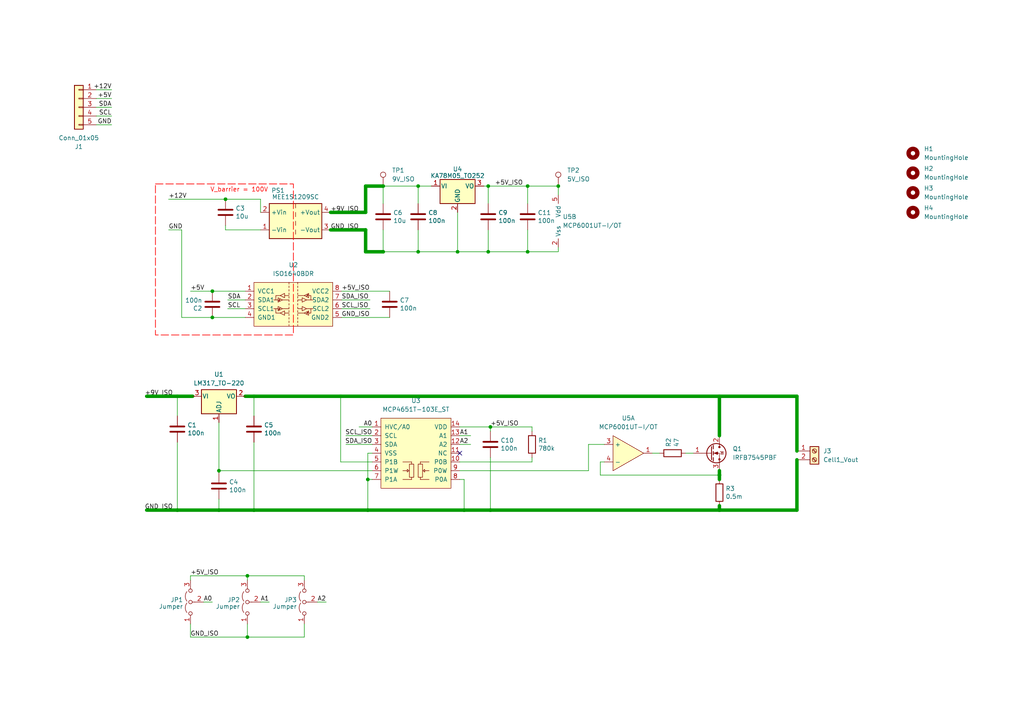
<source format=kicad_sch>
(kicad_sch (version 20230121) (generator eeschema)
  (paper "A4")
  (lib_symbols
    (symbol "Connector:Screw_Terminal_01x02" (pin_names (offset 1.016) hide)
      (property "Reference" "J" (at 0 2.54 0))
      (property "Value" "Screw_Terminal_01x02" (at 0 -5.08 0))
      (symbol "Screw_Terminal_01x02_1_1"
        (rectangle (start -1.27 1.27) (end 1.27 -3.81) (stroke (width 0.254)) (fill (type background)))
        (circle (center 0 -2.54) (radius 0.635) (stroke (width 0.1524)))
        (polyline (pts (xy -0.5334 -2.2098) (xy 0.3302 -3.048)) (stroke (width 0.1524)))
        (polyline (pts (xy -0.5334 0.3302) (xy 0.3302 -0.508)) (stroke (width 0.1524)))
        (polyline (pts (xy -0.3556 -2.032) (xy 0.508 -2.8702)) (stroke (width 0.1524)))
        (polyline (pts (xy -0.3556 0.508) (xy 0.508 -0.3302)) (stroke (width 0.1524)))
        (circle (center 0 0) (radius 0.635) (stroke (width 0.1524)))
        (pin passive line (at -5.08 0 0) (length 3.81) (name "Pin_1") (number "1"))
        (pin passive line (at -5.08 -2.54 0) (length 3.81) (name "Pin_2") (number "2"))
      )
    )
    (symbol "Connector:TestPoint" (pin_numbers hide) (pin_names (offset 0.762) hide)
      (property "Reference" "TP" (at 0 6.858 0))
      (property "Value" "TestPoint" (at 0 5.08 0))
      (symbol "TestPoint_0_1"
        (circle (center 0 3.302) (radius 0.762))
      )
      (symbol "TestPoint_1_1"
        (pin passive line (at 0 0 90) (length 2.54) (name "1") (number "1"))
      )
    )
    (symbol "Connector_Generic:Conn_01x05" (pin_names (offset 1.016) hide)
      (property "Reference" "J" (at 0 7.62 0))
      (property "Value" "Conn_01x05" (at 0 -7.62 0))
      (symbol "Conn_01x05_1_1"
        (rectangle (start -1.27 -4.953) (end 0 -5.207) (stroke (width 0.1524)))
        (rectangle (start -1.27 -2.413) (end 0 -2.667) (stroke (width 0.1524)))
        (rectangle (start -1.27 0.127) (end 0 -0.127) (stroke (width 0.1524)))
        (rectangle (start -1.27 2.667) (end 0 2.413) (stroke (width 0.1524)))
        (rectangle (start -1.27 5.207) (end 0 4.953) (stroke (width 0.1524)))
        (rectangle (start -1.27 6.35) (end 1.27 -6.35) (stroke (width 0.254)) (fill (type background)))
        (pin passive line (at -5.08 5.08 0) (length 3.81) (name "Pin_1") (number "1"))
        (pin passive line (at -5.08 2.54 0) (length 3.81) (name "Pin_2") (number "2"))
        (pin passive line (at -5.08 0 0) (length 3.81) (name "Pin_3") (number "3"))
        (pin passive line (at -5.08 -2.54 0) (length 3.81) (name "Pin_4") (number "4"))
        (pin passive line (at -5.08 -5.08 0) (length 3.81) (name "Pin_5") (number "5"))
      )
    )
    (symbol "Converter_DCDC:MEE1S1209SC"
      (property "Reference" "PS" (at -7.62 6.35 0))
      (property "Value" "MEE1S1209SC" (at 1.27 6.35 0))
      (symbol "MEE1S1209SC_0_0"
        (pin power_in line (at -10.16 -2.54 0) (length 2.54) (name "-Vin") (number "1"))
        (pin power_in line (at -10.16 2.54 0) (length 2.54) (name "+Vin") (number "2"))
        (pin power_out line (at 10.16 -2.54 180) (length 2.54) (name "-Vout") (number "3"))
        (pin power_out line (at 10.16 2.54 180) (length 2.54) (name "+Vout") (number "4"))
      )
      (symbol "MEE1S1209SC_0_1"
        (rectangle (start -7.62 5.08) (end 7.62 -5.08) (stroke (width 0.254)) (fill (type background)))
        (polyline (pts (xy 0 -2.54) (xy 0 -3.81)))
        (polyline (pts (xy 0 0) (xy 0 -1.27)))
        (polyline (pts (xy 0 2.54) (xy 0 1.27)))
        (polyline (pts (xy 0 5.08) (xy 0 3.81)))
      )
    )
    (symbol "Device:C" (pin_numbers hide) (pin_names (offset 0.254))
      (property "Reference" "C" (at 0.635 2.54 0))
      (property "Value" "C" (at 0.635 -2.54 0))
      (symbol "C_0_1"
        (polyline (pts (xy -2.032 -0.762) (xy 2.032 -0.762)) (stroke (width 0.508)))
        (polyline (pts (xy -2.032 0.762) (xy 2.032 0.762)) (stroke (width 0.508)))
      )
      (symbol "C_1_1"
        (pin passive line (at 0 3.81 270) (length 2.794) (name "~") (number "1"))
        (pin passive line (at 0 -3.81 90) (length 2.794) (name "~") (number "2"))
      )
    )
    (symbol "Device:R" (pin_numbers hide) (pin_names (offset 0))
      (property "Reference" "R" (at 2.032 0 90))
      (property "Value" "R" (at 0 0 90))
      (symbol "R_0_1"
        (rectangle (start -1.016 -2.54) (end 1.016 2.54) (stroke (width 0.254)))
      )
      (symbol "R_1_1"
        (pin passive line (at 0 3.81 270) (length 1.27) (name "~") (number "1"))
        (pin passive line (at 0 -3.81 90) (length 1.27) (name "~") (number "2"))
      )
    )
    (symbol "ISO1640BDR_1" (pin_names (offset 1.016))
      (property "Reference" "U" (at 0 10.16 0))
      (property "Value" "ISO1640BDR" (at 0 7.62 0))
      (symbol "ISO1640BDR_1_0_1"
        (rectangle (start -11.43 6.35) (end 11.43 -6.35) (fill (type background)))
        (polyline (pts (xy -5.715 1.27) (xy -4.445 1.27)))
        (polyline (pts (xy -4.191 1.143) (xy -4.064 1.016)))
        (polyline (pts (xy -4.064 1.397) (xy -3.81 1.397)))
        (polyline (pts (xy -3.175 -1.27) (xy -1.27 -1.27)))
        (polyline (pts (xy -3.175 1.27) (xy -1.27 1.27)))
        (polyline (pts (xy -1.27 5.334) (xy -1.27 4.826)))
        (polyline (pts (xy -1.27 6.35) (xy -1.27 5.842)))
        (polyline (pts (xy 3.175 -2.54) (xy 1.27 -2.54)))
        (polyline (pts (xy 3.175 2.54) (xy 1.27 2.54)))
        (polyline (pts (xy -5.08 -1.27) (xy -5.08 -2.54) (xy -3.81 -2.54)))
        (polyline (pts (xy -5.08 1.27) (xy -5.08 2.54) (xy -3.81 2.54)))
        (polyline (pts (xy -4.191 1.143) (xy -4.064 1.397) (xy -4.191 1.143)))
        (polyline (pts (xy -4.064 1.016) (xy -4.318 1.016) (xy -4.191 1.016)))
        (polyline (pts (xy -4.064 1.016) (xy -3.937 1.27) (xy -4.064 1.397)))
        (polyline (pts (xy 4.445 2.54) (xy 5.08 2.54) (xy 5.08 1.27)))
        (polyline (pts (xy 4.445 -2.54) (xy 5.08 -2.54) (xy 5.08 -1.27) (xy 5.08 -2.54)))
        (polyline (pts (xy -4.445 1.905) (xy -4.445 0.635) (xy -3.175 1.27) (xy -4.445 1.905) (xy -3.175 1.27)))
      )
      (symbol "ISO1640BDR_1_1_1"
        (polyline (pts (xy -5.715 -1.27) (xy -4.445 -1.27)))
        (polyline (pts (xy -4.191 -1.397) (xy -4.064 -1.524)))
        (polyline (pts (xy -4.064 -1.143) (xy -3.81 -1.143)))
        (polyline (pts (xy -1.27 -5.842) (xy -1.27 -6.35)))
        (polyline (pts (xy -1.27 -4.826) (xy -1.27 -5.334)))
        (polyline (pts (xy -1.27 -3.81) (xy -1.27 -4.318)))
        (polyline (pts (xy -1.27 -2.794) (xy -1.27 -3.302)))
        (polyline (pts (xy -1.27 -2.54) (xy -2.54 -2.54)))
        (polyline (pts (xy -1.27 -1.778) (xy -1.27 -2.286)))
        (polyline (pts (xy -1.27 -0.762) (xy -1.27 -1.27)))
        (polyline (pts (xy -1.27 0.254) (xy -1.27 -0.254)))
        (polyline (pts (xy -1.27 1.27) (xy -1.27 0.762)))
        (polyline (pts (xy -1.27 2.286) (xy -1.27 1.778)))
        (polyline (pts (xy -1.27 2.54) (xy -2.54 2.54)))
        (polyline (pts (xy -1.27 3.302) (xy -1.27 2.794)))
        (polyline (pts (xy -1.27 4.318) (xy -1.27 3.81)))
        (polyline (pts (xy 1.27 -5.842) (xy 1.27 -6.35)))
        (polyline (pts (xy 1.27 -4.826) (xy 1.27 -5.334)))
        (polyline (pts (xy 1.27 -3.81) (xy 1.27 -4.318)))
        (polyline (pts (xy 1.27 -2.794) (xy 1.27 -3.302)))
        (polyline (pts (xy 1.27 -1.778) (xy 1.27 -2.286)))
        (polyline (pts (xy 1.27 -1.27) (xy 2.54 -1.27)))
        (polyline (pts (xy 1.27 -0.762) (xy 1.27 -1.27)))
        (polyline (pts (xy 1.27 0.254) (xy 1.27 -0.254)))
        (polyline (pts (xy 1.27 1.27) (xy 1.27 0.762)))
        (polyline (pts (xy 1.27 1.27) (xy 2.54 1.27)))
        (polyline (pts (xy 1.27 2.286) (xy 1.27 1.778)))
        (polyline (pts (xy 1.27 3.302) (xy 1.27 2.794)))
        (polyline (pts (xy 1.27 4.318) (xy 1.27 3.81)))
        (polyline (pts (xy 1.27 5.334) (xy 1.27 4.826)))
        (polyline (pts (xy 1.27 6.35) (xy 1.27 5.842)))
        (polyline (pts (xy 3.81 -1.27) (xy 5.715 -1.27)))
        (polyline (pts (xy 3.81 1.27) (xy 5.715 1.27)))
        (polyline (pts (xy 4.064 -2.667) (xy 3.81 -2.667)))
        (polyline (pts (xy 4.064 2.413) (xy 3.81 2.413)))
        (polyline (pts (xy 4.191 -2.413) (xy 4.064 -2.286)))
        (polyline (pts (xy 4.191 2.667) (xy 4.064 2.794)))
        (polyline (pts (xy -4.191 -1.397) (xy -4.064 -1.143) (xy -4.191 -1.397)))
        (polyline (pts (xy -4.064 -1.524) (xy -4.318 -1.524) (xy -4.191 -1.524)))
        (polyline (pts (xy -4.064 -1.524) (xy -3.937 -1.27) (xy -4.064 -1.143)))
        (polyline (pts (xy 4.064 -2.286) (xy 3.937 -2.54) (xy 4.064 -2.667)))
        (polyline (pts (xy 4.064 -2.286) (xy 4.318 -2.286) (xy 4.191 -2.286)))
        (polyline (pts (xy 4.064 2.794) (xy 3.937 2.54) (xy 4.064 2.413)))
        (polyline (pts (xy 4.064 2.794) (xy 4.318 2.794) (xy 4.191 2.794)))
        (polyline (pts (xy 4.191 -2.413) (xy 4.064 -2.667) (xy 4.191 -2.413)))
        (polyline (pts (xy 4.191 2.667) (xy 4.064 2.413) (xy 4.191 2.667)))
        (polyline (pts (xy -4.445 -0.635) (xy -4.445 -1.905) (xy -3.175 -1.27) (xy -4.445 -0.635) (xy -3.175 -1.27)))
        (polyline (pts (xy -2.54 -3.175) (xy -2.54 -1.905) (xy -3.81 -2.54) (xy -2.54 -3.175) (xy -3.81 -2.54)))
        (polyline (pts (xy -2.54 1.905) (xy -2.54 3.175) (xy -3.81 2.54) (xy -2.54 1.905) (xy -3.81 2.54)))
        (polyline (pts (xy 2.54 -0.635) (xy 2.54 -1.905) (xy 3.81 -1.27) (xy 2.54 -0.635) (xy 3.81 -1.27)))
        (polyline (pts (xy 2.54 1.905) (xy 2.54 0.635) (xy 3.81 1.27) (xy 2.54 1.905) (xy 3.81 1.27)))
        (polyline (pts (xy 4.445 -3.175) (xy 4.445 -1.905) (xy 3.175 -2.54) (xy 4.445 -3.175) (xy 3.175 -2.54)))
        (polyline (pts (xy 4.445 1.905) (xy 4.445 3.175) (xy 3.175 2.54) (xy 4.445 1.905) (xy 3.175 2.54)))
        (pin power_in line (at -13.97 3.81 0) (length 2.54) (name "VCC1") (number "1"))
        (pin bidirectional line (at -13.97 1.27 0) (length 2.54) (name "SDA1") (number "2"))
        (pin bidirectional line (at -13.97 -1.27 0) (length 2.54) (name "SCL1") (number "3"))
        (pin power_out line (at -13.97 -3.81 0) (length 2.54) (name "GND1") (number "4"))
        (pin power_out line (at 13.97 -3.81 180) (length 2.54) (name "GND2") (number "5"))
        (pin bidirectional line (at 13.97 -1.27 180) (length 2.54) (name "SCL2") (number "6"))
        (pin bidirectional line (at 13.97 1.27 180) (length 2.54) (name "SDA2") (number "7"))
        (pin power_in line (at 13.97 3.81 180) (length 2.54) (name "VCC2") (number "8"))
      )
    )
    (symbol "Jumper:Jumper_3_Open" (pin_names (offset 0) hide)
      (property "Reference" "JP" (at -2.54 -2.54 0))
      (property "Value" "Jumper_3_Open" (at 0 2.794 0))
      (symbol "Jumper_3_Open_0_0"
        (circle (center -3.302 0) (radius 0.508))
        (circle (center 0 0) (radius 0.508))
        (circle (center 3.302 0) (radius 0.508))
      )
      (symbol "Jumper_3_Open_0_1"
        (arc (start -0.254 1.016) (mid -1.651 1.4992) (end -3.048 1.016))
        (polyline (pts (xy 0 -0.508) (xy 0 -1.27)))
        (arc (start 3.048 1.016) (mid 1.651 1.4992) (end 0.254 1.016))
      )
      (symbol "Jumper_3_Open_1_1"
        (pin passive line (at -6.35 0 0) (length 2.54) (name "A") (number "1"))
        (pin passive line (at 0 -3.81 90) (length 2.54) (name "C") (number "2"))
        (pin passive line (at 6.35 0 180) (length 2.54) (name "B") (number "3"))
      )
    )
    (symbol "MCP6001UT-I/OT_1"
      (property "Reference" "U" (at 0 10.16 0))
      (property "Value" "MCP6001UT-I/OT" (at 0 7.62 0))
      (symbol "MCP6001UT-I/OT_1_1_1"
        (polyline (pts (xy -3.81 -5.08) (xy -3.81 5.08) (xy 5.08 0) (xy -3.81 -5.08)) (fill (type background)))
        (pin input line (at 7.62 0 180) (length 2.54) (name "") (number "1"))
        (pin input line (at -6.35 2.54 0) (length 2.54) (name "+") (number "3"))
        (pin input line (at -6.35 -2.54 0) (length 2.54) (name "-") (number "4"))
      )
      (symbol "MCP6001UT-I/OT_1_2_1"
        (pin power_out line (at 0 -7.62 90) (length 2.54) (name "Vss") (number "2"))
        (pin power_in line (at 0 7.62 270) (length 2.54) (name "Vdd") (number "5"))
      )
    )
    (symbol "Mechanical:MountingHole" (pin_names (offset 1.016))
      (property "Reference" "H" (at 0 5.08 0))
      (property "Value" "MountingHole" (at 0 3.175 0))
      (symbol "MountingHole_0_1"
        (circle (center 0 0) (radius 1.27) (stroke (width 1.27)))
      )
    )
    (symbol "PR7 Custom:IRFB7545PBF"
      (property "Reference" "Q" (at 3.81 0 0))
      (property "Value" "IRFB7545PBF" (at 0 0 0))
      (symbol "IRFB7545PBF_0_1"
        (circle (center -0.889 0) (radius 2.794) (stroke (width 0.254)))
        (circle (center 0 -1.778) (radius 0.254) (fill (type outline)))
        (polyline (pts (xy -2.286 0) (xy -5.08 0)))
        (polyline (pts (xy -2.286 1.905) (xy -2.286 -1.905)) (stroke (width 0.254)))
        (polyline (pts (xy -1.778 -1.27) (xy -1.778 -2.286)) (stroke (width 0.254)))
        (polyline (pts (xy -1.778 0.508) (xy -1.778 -0.508)) (stroke (width 0.254)))
        (polyline (pts (xy -1.778 2.286) (xy -1.778 1.27)) (stroke (width 0.254)))
        (polyline (pts (xy 0 2.54) (xy 0 1.778)))
        (polyline (pts (xy 0 -2.54) (xy 0 0) (xy -1.778 0)))
        (circle (center 0 1.778) (radius 0.254) (fill (type outline)))
      )
      (symbol "IRFB7545PBF_1_1"
        (polyline (pts (xy -1.524 0) (xy -0.508 0.381) (xy -0.508 -0.381) (xy -1.524 0)) (fill (type outline)))
        (polyline (pts (xy 0.254 0.508) (xy 0.381 0.381) (xy 1.143 0.381) (xy 1.27 0.254)))
        (polyline (pts (xy 0.762 0.381) (xy 0.381 -0.254) (xy 1.143 -0.254) (xy 0.762 0.381)))
        (pin input line (at -7.62 0 0) (length 2.54) (name "") (number "1"))
        (pin passive line (at 0 5.08 270) (length 2.54) (name "") (number "2"))
        (pin passive line (at 0 -5.08 90) (length 2.54) (name "") (number "3"))
        (pin passive line (at 0 5.08 270) (length 2.54) hide (name "D") (number "7"))
      )
    )
    (symbol "PR7 Custom:MCP4651T-103E_ST" (pin_names (offset 1.016))
      (property "Reference" "U" (at 0 13.97 0))
      (property "Value" "MCP4651T-103E_ST" (at 0 11.43 0))
      (symbol "MCP4651T-103E_ST_0_1"
        (rectangle (start -10.16 10.16) (end 10.16 -10.16) (fill (type background)))
        (rectangle (start -1.905 -3.175) (end -0.635 -6.985))
        (polyline (pts (xy -3.81 -7.62) (xy -1.27 -7.62)))
        (polyline (pts (xy -3.81 -5.08) (xy -2.54 -5.08)))
        (polyline (pts (xy -3.81 -2.54) (xy -1.27 -2.54)))
        (polyline (pts (xy -1.27 -7.62) (xy -1.27 -6.985)))
        (polyline (pts (xy -1.27 -2.54) (xy -1.27 -3.175)))
        (polyline (pts (xy -2.54 -4.699) (xy -2.54 -5.461) (xy -2.032 -5.08) (xy -2.54 -4.699)))
      )
      (symbol "MCP4651T-103E_ST_1_1"
        (polyline (pts (xy 1.27 -7.62) (xy 1.27 -6.985)))
        (polyline (pts (xy 1.27 -2.54) (xy 1.27 -3.175)))
        (polyline (pts (xy 3.81 -7.62) (xy 1.27 -7.62)))
        (polyline (pts (xy 3.81 -5.08) (xy 2.54 -5.08)))
        (polyline (pts (xy 3.81 -2.54) (xy 1.27 -2.54)))
        (polyline (pts (xy 2.54 -5.461) (xy 2.54 -4.699) (xy 2.032 -5.08) (xy 2.54 -5.461)))
        (rectangle (start 1.905 -6.985) (end 0.635 -3.175))
        (pin bidirectional line (at -12.7 7.62 0) (length 2.54) (name "HVC/A0") (number "1"))
        (pin bidirectional line (at 12.7 -2.54 180) (length 2.54) (name "P0B") (number "10"))
        (pin no_connect line (at 12.7 0 180) (length 2.54) (name "NC") (number "11"))
        (pin bidirectional line (at 12.7 2.54 180) (length 2.54) (name "A2") (number "12"))
        (pin bidirectional line (at 12.7 5.08 180) (length 2.54) (name "A1") (number "13"))
        (pin power_out line (at 12.7 7.62 180) (length 2.54) (name "VDD") (number "14"))
        (pin bidirectional line (at -12.7 5.08 0) (length 2.54) (name "SCL") (number "2"))
        (pin bidirectional line (at -12.7 2.54 0) (length 2.54) (name "SDA") (number "3"))
        (pin power_in line (at -12.7 0 0) (length 2.54) (name "VSS") (number "4"))
        (pin bidirectional line (at -12.7 -2.54 0) (length 2.54) (name "P1B") (number "5"))
        (pin bidirectional line (at -12.7 -5.08 0) (length 2.54) (name "P1W") (number "6"))
        (pin bidirectional line (at -12.7 -7.62 0) (length 2.54) (name "P1A") (number "7"))
        (pin bidirectional line (at 12.7 -7.62 180) (length 2.54) (name "P0A") (number "8"))
        (pin bidirectional line (at 12.7 -5.08 180) (length 2.54) (name "P0W") (number "9"))
      )
    )
    (symbol "Regulator_Linear:KA78M05_TO252" (pin_names (offset 0.254))
      (property "Reference" "U" (at -3.81 3.175 0))
      (property "Value" "KA78M05_TO252" (at 0 3.175 0))
      (symbol "KA78M05_TO252_0_1"
        (rectangle (start -5.08 1.905) (end 5.08 -5.08) (stroke (width 0.254)) (fill (type background)))
      )
      (symbol "KA78M05_TO252_1_1"
        (pin power_in line (at -7.62 0 0) (length 2.54) (name "VI") (number "1"))
        (pin power_in line (at 0 -7.62 90) (length 2.54) (name "GND") (number "2"))
        (pin power_out line (at 7.62 0 180) (length 2.54) (name "VO") (number "3"))
      )
    )
    (symbol "Regulator_Linear:LM317_TO-220" (pin_names (offset 0.254))
      (property "Reference" "U" (at -3.81 3.175 0))
      (property "Value" "LM317_TO-220" (at 0 3.175 0))
      (symbol "LM317_TO-220_0_1"
        (rectangle (start -5.08 1.905) (end 5.08 -5.08) (stroke (width 0.254)) (fill (type background)))
      )
      (symbol "LM317_TO-220_1_1"
        (pin input line (at 0 -7.62 90) (length 2.54) (name "ADJ") (number "1"))
        (pin power_out line (at 7.62 0 180) (length 2.54) (name "VO") (number "2"))
        (pin power_in line (at -7.62 0 0) (length 2.54) (name "VI") (number "3"))
      )
    )
  )
  (junction (at 121.285 73.025))
  (junction (at 51.435 147.955))
  (junction (at 71.755 167.005))
  (junction (at 142.24 123.825))
  (junction (at 73.66 114.935))
  (junction (at 63.5 147.955))
  (junction (at 65.405 57.785))
  (junction (at 71.755 184.785))
  (junction (at 61.595 84.455))
  (junction (at 51.435 114.935))
  (junction (at 111.125 53.975))
  (junction (at 142.24 147.955))
  (junction (at 153.035 53.975))
  (junction (at 141.605 53.975))
  (junction (at 208.661 147.955))
  (junction (at 121.285 53.975))
  (junction (at 106.68 147.955))
  (junction (at 98.806 114.935))
  (junction (at 61.595 92.075))
  (junction (at 208.661 114.935))
  (junction (at 132.715 73.025))
  (junction (at 63.5 136.525))
  (junction (at 134.62 147.955))
  (junction (at 106.68 139.065))
  (junction (at 73.66 147.955))
  (junction (at 111.125 73.025))
  (junction (at 141.605 73.025))
  (junction (at 153.035 73.025))
  (junction (at 161.925 53.975))
  (junction (at 208.661 137.795))
  (no_connect (at 133.35 131.445))
  (wire (pts (xy 142.24 123.825) (xy 142.24 125.095)))
  (wire (pts (xy 104.14 123.825) (xy 107.95 123.825)))
  (wire (pts (xy 65.405 66.675) (xy 75.565 66.675)))
  (wire (pts (xy 111.125 53.975) (xy 106.045 53.975)))
  (wire (pts (xy 189.23 131.445) (xy 191.262 131.445)))
  (wire (pts (xy 27.94 26.035) (xy 32.385 26.035)))
  (wire (pts (xy 73.66 114.935) (xy 73.66 120.65)))
  (wire (pts (xy 153.035 59.055) (xy 153.035 53.975)))
  (wire (pts (xy 55.245 167.005) (xy 71.755 167.005)))
  (wire (pts (xy 141.605 53.975) (xy 153.035 53.975)))
  (wire (pts (xy 198.882 131.445) (xy 201.041 131.445)))
  (wire (pts (xy 208.661 114.935) (xy 231.14 114.935)) (stroke (width 1)))
  (wire (pts (xy 51.435 128.27) (xy 51.435 147.955)))
  (wire (pts (xy 88.265 167.005) (xy 88.265 168.275)))
  (wire (pts (xy 51.435 147.955) (xy 63.5 147.955)) (stroke (width 1)))
  (wire (pts (xy 92.075 174.625) (xy 94.615 174.625)))
  (wire (pts (xy 61.595 92.075) (xy 71.12 92.075)))
  (wire (pts (xy 111.125 53.975) (xy 121.285 53.975)))
  (wire (pts (xy 154.305 132.715) (xy 154.305 133.985)))
  (wire (pts (xy 59.055 174.625) (xy 61.595 174.625)))
  (wire (pts (xy 106.68 131.445) (xy 106.68 139.065)))
  (wire (pts (xy 52.705 92.075) (xy 52.705 66.675)))
  (wire (pts (xy 153.035 73.025) (xy 161.925 73.025)))
  (wire (pts (xy 98.806 114.935) (xy 100.33 114.935)))
  (wire (pts (xy 208.661 136.525) (xy 208.661 137.795)) (stroke (width 1)))
  (wire (pts (xy 141.605 66.675) (xy 141.605 73.025)))
  (wire (pts (xy 48.895 57.785) (xy 65.405 57.785)))
  (wire (pts (xy 134.62 139.065) (xy 133.35 139.065)))
  (wire (pts (xy 75.565 174.625) (xy 78.105 174.625)))
  (wire (pts (xy 27.94 33.655) (xy 32.385 33.655)))
  (wire (pts (xy 66.04 89.535) (xy 71.12 89.535)))
  (wire (pts (xy 75.565 57.785) (xy 75.565 61.595)))
  (wire (pts (xy 208.661 146.685) (xy 208.661 147.955)) (stroke (width 1)))
  (wire (pts (xy 132.715 73.025) (xy 141.605 73.025)))
  (wire (pts (xy 73.66 114.935) (xy 98.806 114.935)) (stroke (width 1)))
  (wire (pts (xy 141.605 59.055) (xy 141.605 53.975)))
  (wire (pts (xy 208.661 126.365) (xy 208.661 114.935)) (stroke (width 1)))
  (wire (pts (xy 121.285 66.675) (xy 121.285 73.025)))
  (wire (pts (xy 132.715 61.595) (xy 132.715 73.025)))
  (wire (pts (xy 161.925 53.975) (xy 161.925 56.515)))
  (wire (pts (xy 174.117 133.985) (xy 175.26 133.985)))
  (wire (pts (xy 106.045 73.025) (xy 111.125 73.025)) (stroke (width 1)))
  (wire (pts (xy 106.045 73.025) (xy 106.045 66.675)) (stroke (width 1)))
  (wire (pts (xy 42.545 147.955) (xy 51.435 147.955)) (stroke (width 1)))
  (wire (pts (xy 42.545 114.935) (xy 51.435 114.935)) (stroke (width 1)))
  (wire (pts (xy 63.5 147.955) (xy 73.66 147.955)) (stroke (width 1)))
  (wire (pts (xy 106.045 53.975) (xy 106.045 61.595)) (stroke (width 1)))
  (wire (pts (xy 63.246 136.525) (xy 63.5 136.525)))
  (wire (pts (xy 66.04 86.995) (xy 71.12 86.995)))
  (wire (pts (xy 174.117 137.795) (xy 208.661 137.795)))
  (wire (pts (xy 153.035 66.675) (xy 153.035 73.025)))
  (wire (pts (xy 27.94 36.195) (xy 32.385 36.195)))
  (wire (pts (xy 88.265 180.975) (xy 88.265 184.785)))
  (wire (pts (xy 106.045 53.975) (xy 111.125 53.975)) (stroke (width 1)))
  (wire (pts (xy 27.94 31.115) (xy 32.385 31.115)))
  (wire (pts (xy 142.24 147.955) (xy 208.661 147.955)) (stroke (width 1)))
  (wire (pts (xy 65.405 57.785) (xy 75.565 57.785)))
  (wire (pts (xy 55.245 84.455) (xy 61.595 84.455)))
  (wire (pts (xy 231.14 114.935) (xy 231.14 130.81)) (stroke (width 1)))
  (wire (pts (xy 142.24 123.825) (xy 154.305 123.825)))
  (wire (pts (xy 99.06 89.535) (xy 107.315 89.535)))
  (wire (pts (xy 51.435 114.935) (xy 55.88 114.935)) (stroke (width 1)))
  (wire (pts (xy 73.66 147.955) (xy 106.68 147.955)) (stroke (width 1)))
  (wire (pts (xy 133.35 126.365) (xy 136.525 126.365)))
  (wire (pts (xy 170.688 128.905) (xy 175.26 128.905)))
  (wire (pts (xy 133.35 128.905) (xy 136.525 128.905)))
  (wire (pts (xy 231.14 147.955) (xy 231.14 133.35)) (stroke (width 1)))
  (wire (pts (xy 99.06 92.075) (xy 113.03 92.075)))
  (wire (pts (xy 133.35 123.825) (xy 142.24 123.825)))
  (wire (pts (xy 99.06 86.995) (xy 107.315 86.995)))
  (wire (pts (xy 111.125 66.675) (xy 111.125 73.025)))
  (wire (pts (xy 63.5 136.525) (xy 107.95 136.525)))
  (wire (pts (xy 71.12 114.935) (xy 73.66 114.935)) (stroke (width 1)))
  (wire (pts (xy 208.661 137.795) (xy 208.661 139.065)) (stroke (width 1)))
  (wire (pts (xy 99.06 84.455) (xy 113.03 84.455)))
  (wire (pts (xy 111.125 73.025) (xy 121.285 73.025)))
  (wire (pts (xy 208.661 147.955) (xy 231.14 147.955)) (stroke (width 1)))
  (wire (pts (xy 61.595 84.455) (xy 71.12 84.455)))
  (wire (pts (xy 106.68 147.955) (xy 134.62 147.955)) (stroke (width 1)))
  (wire (pts (xy 48.895 66.675) (xy 52.705 66.675)))
  (wire (pts (xy 121.285 53.975) (xy 121.285 59.055)))
  (wire (pts (xy 51.435 114.935) (xy 51.435 120.65)))
  (wire (pts (xy 95.885 66.675) (xy 106.045 66.675)) (stroke (width 1)))
  (wire (pts (xy 98.806 133.985) (xy 98.806 114.935)))
  (wire (pts (xy 71.755 184.785) (xy 88.265 184.785)))
  (wire (pts (xy 71.755 167.005) (xy 71.755 168.275)))
  (wire (pts (xy 141.605 73.025) (xy 153.035 73.025)))
  (wire (pts (xy 106.68 139.065) (xy 107.95 139.065)))
  (wire (pts (xy 134.62 139.065) (xy 134.62 147.955)))
  (wire (pts (xy 73.66 128.27) (xy 73.66 147.955)))
  (wire (pts (xy 140.335 53.975) (xy 141.605 53.975)))
  (wire (pts (xy 133.35 133.985) (xy 154.305 133.985)))
  (wire (pts (xy 100.33 128.905) (xy 107.95 128.905)))
  (wire (pts (xy 133.35 136.525) (xy 170.688 136.525)))
  (wire (pts (xy 121.285 73.025) (xy 132.715 73.025)))
  (wire (pts (xy 27.94 28.575) (xy 32.385 28.575)))
  (wire (pts (xy 174.117 133.985) (xy 174.117 137.795)))
  (wire (pts (xy 111.125 59.055) (xy 111.125 53.975)))
  (wire (pts (xy 107.95 131.445) (xy 106.68 131.445)))
  (wire (pts (xy 134.62 147.955) (xy 142.24 147.955)) (stroke (width 1)))
  (wire (pts (xy 154.305 123.825) (xy 154.305 125.095)))
  (wire (pts (xy 71.755 167.005) (xy 88.265 167.005)))
  (wire (pts (xy 98.806 114.935) (xy 208.661 114.935)) (stroke (width 1)))
  (wire (pts (xy 63.5 136.525) (xy 63.5 137.16)))
  (wire (pts (xy 121.285 53.975) (xy 125.095 53.975)))
  (wire (pts (xy 142.24 132.715) (xy 142.24 147.955)))
  (wire (pts (xy 55.245 184.785) (xy 71.755 184.785)))
  (wire (pts (xy 106.68 139.065) (xy 106.68 147.955)))
  (wire (pts (xy 71.755 180.975) (xy 71.755 184.785)))
  (wire (pts (xy 153.035 53.975) (xy 161.925 53.975)))
  (wire (pts (xy 170.688 136.525) (xy 170.688 128.905)))
  (wire (pts (xy 95.885 61.595) (xy 106.045 61.595)) (stroke (width 1)))
  (wire (pts (xy 55.245 180.975) (xy 55.245 184.785)))
  (wire (pts (xy 61.595 92.075) (xy 52.705 92.075)))
  (wire (pts (xy 63.5 144.78) (xy 63.5 147.955)))
  (wire (pts (xy 65.405 65.405) (xy 65.405 66.675)))
  (wire (pts (xy 161.925 71.755) (xy 161.925 73.025)))
  (wire (pts (xy 100.33 126.365) (xy 107.95 126.365)))
  (wire (pts (xy 63.5 122.555) (xy 63.5 136.525)))
  (wire (pts (xy 55.245 167.005) (xy 55.245 168.275)))
  (wire (pts (xy 107.95 133.985) (xy 98.806 133.985)))
  (rectangle (start 45.085 53.34) (end 85.09 97.155) (stroke (width 0.2) (type dash) (color 255 0 0 1)))
  (text "V_barrier = 100V" (at 60.96 55.88 0) (effects (font (size 1.27 1.27)) (justify left bottom)))
  (label "+5V" (at 55.245 84.455 0))
  (label "GND" (at 48.895 66.675 0))
  (label "+9V_ISO" (at 95.885 61.595 0))
  (label "+12V" (at 48.895 57.785 0))
  (label "SDA_ISO" (at 107.95 128.905 180))
  (label "A2" (at 133.35 128.905 0))
  (label "A0" (at 59.055 174.625 0))
  (label "+5V_ISO" (at 55.245 167.005 0))
  (label "A2" (at 92.075 174.625 0))
  (label "+12V" (at 32.385 26.035 180))
  (label "GND_ISO" (at 55.245 184.785 0))
  (label "A1" (at 75.565 174.625 0))
  (label "SDA" (at 32.385 31.115 180))
  (label "+9V_ISO" (at 50.165 114.935 180))
  (label "+5V_ISO" (at 143.51 53.975 0))
  (label "GND_ISO" (at 99.06 92.075 0))
  (label "SCL_ISO" (at 99.06 89.535 0))
  (label "A1" (at 133.35 126.365 0))
  (label "GND" (at 32.385 36.195 180))
  (label "A0" (at 107.95 123.825 180))
  (label "GND_ISO" (at 50.165 147.955 180))
  (label "SCL" (at 32.385 33.655 180))
  (label "+5V_ISO" (at 142.24 123.825 0))
  (label "SDA_ISO" (at 99.06 86.995 0))
  (label "GND_ISO" (at 95.885 66.675 0))
  (label "+5V_ISO" (at 99.06 84.455 0))
  (label "SDA" (at 66.04 86.995 0))
  (label "SCL" (at 66.04 89.535 0))
  (label "+5V" (at 32.385 28.575 180))
  (label "SCL_ISO" (at 107.95 126.365 180))
  (symbol (lib_id "Connector:TestPoint") (at 111.125 53.975 0) (unit 1)
    (property "Reference" "TP1" (at 113.665 49.403 0) (effects (justify left)))
    (property "Value" "9V_ISO" (at 113.665 51.943 0) (effects (justify left)))
    (property "Footprint" "TestPoint:TestPoint_Pad_D2.5mm" (effects hide))
  )
  (symbol (lib_id "Connector_Generic:Conn_01x05") (at 22.86 31.115 0) (mirror y) (unit 1)
    (property "Reference" "J1" (at 22.86 42.545 0))
    (property "Value" "Conn_01x05" (at 22.86 40.005 0))
    (property "Footprint" "Connector_PinSocket_2.54mm:PinSocket_1x05_P2.54mm_Horizontal" (effects hide))
  )
  (symbol (lib_id "Device:C") (at 113.03 88.265 0) (unit 1)
    (property "Reference" "C7" (at 115.951 87.0966 0) (effects (justify left)))
    (property "Value" "100n" (at 115.951 89.408 0) (effects (justify left)))
    (property "Footprint" "Capacitor_SMD:C_0805_2012Metric" (effects hide))
  )
  (symbol (lib_id "Jumper:Jumper_3_Open") (at 55.245 174.625 90) (unit 1)
    (property "Reference" "JP1" (at 53.1109 173.9813 90) (effects (justify left)))
    (property "Value" "Jumper" (at 53.1109 175.9023 90) (effects (justify left)))
    (property "Footprint" "Jumper:SolderJumper-3_P1.3mm_Open_Pad1.0x1.5mm_NumberLabels" (effects hide))
  )
  (symbol (lib_id "Mechanical:MountingHole") (at 264.795 61.595 0) (unit 1)
    (property "Reference" "H4" (at 267.97 60.325 0) (effects (justify left)))
    (property "Value" "MountingHole" (at 267.97 62.865 0) (effects (justify left)))
    (property "Footprint" "MountingHole:MountingHole_3.2mm_M3" (effects hide))
  )
  (symbol (lib_id "Device:C") (at 111.125 62.865 0) (unit 1)
    (property "Reference" "C6" (at 114.046 61.6966 0) (effects (justify left)))
    (property "Value" "10u" (at 114.046 64.008 0) (effects (justify left)))
    (property "Footprint" "Capacitor_SMD:C_0805_2012Metric" (effects hide))
    (property "Datasheet" "https://nl.mouser.com/ProductDetail/Samsung-Electro-Mechanics/CL21B106KOQNFNE?qs=sGAEpiMZZMvsSlwiRhF8qtsGU%2FCnaNeQ0%2F%252Bxo5Hzglmfy9VJLF06Qw%3D%3D" (effects hide))
  )
  (symbol (lib_id "Device:R") (at 208.661 142.875 0) (unit 1)
    (property "Reference" "R3" (at 210.439 141.7066 0) (effects (justify left)))
    (property "Value" "0.5m" (at 210.439 144.018 0) (effects (justify left)))
    (property "Footprint" "Resistor_SMD:R_2512_6332Metric" (effects hide))
    (property "Datasheet" "https://nl.mouser.com/ProductDetail/Ohmite/PCS2512FR0050ET?qs=sGAEpiMZZMtlleCFQhR%2FzRH%2FPnzm6Qg0HsYmtkKDwHfIXEJ4ch5rIQ%3D%3D" (effects hide))
  )
  (symbol (lib_id "Mechanical:MountingHole") (at 264.795 55.88 0) (unit 1)
    (property "Reference" "H3" (at 267.97 54.61 0) (effects (justify left)))
    (property "Value" "MountingHole" (at 267.97 57.15 0) (effects (justify left)))
    (property "Footprint" "MountingHole:MountingHole_3.2mm_M3" (effects hide))
  )
  (symbol (lib_id "Device:C") (at 142.24 128.905 0) (unit 1)
    (property "Reference" "C10" (at 145.161 127.7366 0) (effects (justify left)))
    (property "Value" "100n" (at 145.161 130.048 0) (effects (justify left)))
    (property "Footprint" "Capacitor_SMD:C_0805_2012Metric" (effects hide))
  )
  (symbol (lib_id "Device:C") (at 63.5 140.97 0) (unit 1)
    (property "Reference" "C4" (at 66.421 139.8016 0) (effects (justify left)))
    (property "Value" "100n" (at 66.421 142.113 0) (effects (justify left)))
    (property "Footprint" "Capacitor_SMD:C_0805_2012Metric" (effects hide))
  )
  (symbol (lib_id "PR7 Custom:MCP4651T-103E_ST") (at 120.65 131.445 0) (unit 1)
    (property "Reference" "U3" (at 120.65 116.205 0))
    (property "Value" "MCP4651T-103E_ST" (at 120.65 118.745 0))
    (property "Footprint" "Package_SO:TSSOP-14_4.4x5mm_P0.65mm" (effects hide))
    (property "Datasheet" "https://nl.mouser.com/ProductDetail/Microchip-Technology/MCP4651T-103E-ST?qs=hH%252BOa0VZEiCh2%252BQXXFEo3w%3D%3D" (effects hide))
  )
  (symbol (lib_id "Converter_DCDC:MEE1S1209SC") (at 85.725 64.135 0) (unit 1)
    (property "Reference" "PS1" (at 80.645 55.245 0))
    (property "Value" "MEE1S1209SC" (at 85.725 57.1246 0))
    (property "Footprint" "Converter_DCDC:Converter_DCDC_Murata_MEE1SxxxxSC_THT" (effects hide))
    (property "Datasheet" "https://power.murata.com/pub/data/power/ncl/kdc_mee1.pdf" (effects hide))
  )
  (symbol (lib_name "MCP6001UT-I/OT_1") (lib_id "PR7 Custom:MCP6001UT-I/OT") (at 181.61 131.445 0) (unit 1)
    (property "Reference" "U5" (at 182.245 121.285 0))
    (property "Value" "MCP6001UT-I/OT" (at 182.245 123.825 0))
    (property "Footprint" "Package_TO_SOT_SMD:SOT-23-5" (effects hide))
    (property "Datasheet" "https://nl.mouser.com/ProductDetail/Microchip-Technology/MCP6001UT-I-OT?qs=Sez7gRs8XSU2iw24kVuIOw%3D%3D" (effects hide))
  )
  (symbol (lib_id "Device:C") (at 51.435 124.46 0) (unit 1)
    (property "Reference" "C1" (at 54.356 123.2916 0) (effects (justify left)))
    (property "Value" "100n" (at 54.356 125.603 0) (effects (justify left)))
    (property "Footprint" "Capacitor_SMD:C_0805_2012Metric" (effects hide))
  )
  (symbol (lib_id "Device:C") (at 141.605 62.865 0) (unit 1)
    (property "Reference" "C9" (at 144.526 61.6966 0) (effects (justify left)))
    (property "Value" "100n" (at 144.526 64.008 0) (effects (justify left)))
    (property "Footprint" "Capacitor_SMD:C_0805_2012Metric" (effects hide))
  )
  (symbol (lib_id "Regulator_Linear:KA78M05_TO252") (at 132.715 53.975 0) (unit 1)
    (property "Reference" "U4" (at 132.715 49.0601 0))
    (property "Value" "KA78M05_TO252" (at 132.715 50.9811 0))
    (property "Footprint" "Package_TO_SOT_SMD:TO-252-2" (effects hide))
    (property "Datasheet" "https://www.onsemi.com/pub/Collateral/MC78M00-D.PDF" (effects hide))
  )
  (symbol (lib_id "Device:C") (at 61.595 88.265 180) (unit 1)
    (property "Reference" "C2" (at 58.674 89.4334 0) (effects (justify left)))
    (property "Value" "100n" (at 58.674 87.122 0) (effects (justify left)))
    (property "Footprint" "Capacitor_SMD:C_0805_2012Metric" (effects hide))
  )
  (symbol (lib_id "Jumper:Jumper_3_Open") (at 71.755 174.625 90) (unit 1)
    (property "Reference" "JP2" (at 69.6209 173.9813 90) (effects (justify left)))
    (property "Value" "Jumper" (at 69.6209 175.9023 90) (effects (justify left)))
    (property "Footprint" "Jumper:SolderJumper-3_P1.3mm_Open_Pad1.0x1.5mm_NumberLabels" (effects hide))
  )
  (symbol (lib_name "MCP6001UT-I/OT_1") (lib_id "PR7 Custom:MCP6001UT-I/OT") (at 161.925 64.135 0) (unit 2)
    (property "Reference" "U5" (at 163.195 62.865 0) (effects (justify left)))
    (property "Value" "MCP6001UT-I/OT" (at 163.195 65.405 0) (effects (justify left)))
    (property "Footprint" "Package_TO_SOT_SMD:SOT-23-5" (effects hide))
    (property "Datasheet" "https://nl.mouser.com/ProductDetail/Microchip-Technology/MCP6001UT-I-OT?qs=Sez7gRs8XSU2iw24kVuIOw%3D%3D" (effects hide))
  )
  (symbol (lib_id "Mechanical:MountingHole") (at 264.795 50.165 0) (unit 1)
    (property "Reference" "H2" (at 267.97 48.895 0) (effects (justify left)))
    (property "Value" "MountingHole" (at 267.97 51.435 0) (effects (justify left)))
    (property "Footprint" "MountingHole:MountingHole_3.2mm_M3" (effects hide))
  )
  (symbol (lib_id "Connector:TestPoint") (at 161.925 53.975 0) (unit 1)
    (property "Reference" "TP2" (at 164.465 49.403 0) (effects (justify left)))
    (property "Value" "5V_ISO" (at 164.465 51.943 0) (effects (justify left)))
    (property "Footprint" "TestPoint:TestPoint_Pad_D2.5mm" (effects hide))
  )
  (symbol (lib_name "ISO1640BDR_1") (lib_id "PR7 Custom:ISO1640BDR") (at 85.09 88.265 0) (unit 1)
    (property "Reference" "U2" (at 85.09 76.835 0))
    (property "Value" "ISO1640BDR" (at 85.09 79.375 0))
    (property "Footprint" "Package_SO:SO-8_3.9x4.9mm_P1.27mm" (effects hide))
    (property "Datasheet" "https://nl.mouser.com/ProductDetail/Texas-Instruments/ISO1640BDR?qs=eP2BKZSCXI7LW%252Bgt82AzLA%3D%3D" (effects hide))
  )
  (symbol (lib_id "Device:R") (at 154.305 128.905 0) (unit 1)
    (property "Reference" "R1" (at 156.083 127.7366 0) (effects (justify left)))
    (property "Value" "780k" (at 156.083 130.048 0) (effects (justify left)))
    (property "Footprint" "Resistor_SMD:R_0805_2012Metric" (effects hide))
  )
  (symbol (lib_id "Device:R") (at 195.072 131.445 90) (unit 1)
    (property "Reference" "R2" (at 193.9036 129.667 0) (effects (justify left)))
    (property "Value" "47" (at 196.215 129.667 0) (effects (justify left)))
    (property "Footprint" "Resistor_SMD:R_0805_2012Metric" (effects hide))
    (property "Datasheet" "https://nl.mouser.com/ProductDetail/Ohmite/PCS2512FR0050ET?qs=sGAEpiMZZMtlleCFQhR%2FzRH%2FPnzm6Qg0HsYmtkKDwHfIXEJ4ch5rIQ%3D%3D" (effects hide))
  )
  (symbol (lib_id "Mechanical:MountingHole") (at 264.795 44.45 0) (unit 1)
    (property "Reference" "H1" (at 267.97 43.18 0) (effects (justify left)))
    (property "Value" "MountingHole" (at 267.97 45.72 0) (effects (justify left)))
    (property "Footprint" "MountingHole:MountingHole_3.2mm_M3" (effects hide))
  )
  (symbol (lib_id "Jumper:Jumper_3_Open") (at 88.265 174.625 90) (unit 1)
    (property "Reference" "JP3" (at 86.1309 173.9813 90) (effects (justify left)))
    (property "Value" "Jumper" (at 86.1309 175.9023 90) (effects (justify left)))
    (property "Footprint" "Jumper:SolderJumper-3_P1.3mm_Open_Pad1.0x1.5mm_NumberLabels" (effects hide))
  )
  (symbol (lib_id "Device:C") (at 121.285 62.865 0) (unit 1)
    (property "Reference" "C8" (at 124.206 61.6966 0) (effects (justify left)))
    (property "Value" "100n" (at 124.206 64.008 0) (effects (justify left)))
    (property "Footprint" "Capacitor_SMD:C_0805_2012Metric" (effects hide))
  )
  (symbol (lib_id "Device:C") (at 65.405 61.595 0) (unit 1)
    (property "Reference" "C3" (at 68.326 60.4266 0) (effects (justify left)))
    (property "Value" "10u" (at 68.326 62.738 0) (effects (justify left)))
    (property "Footprint" "Capacitor_SMD:C_0805_2012Metric" (effects hide))
    (property "Datasheet" "https://nl.mouser.com/ProductDetail/Samsung-Electro-Mechanics/CL21B106KOQNFNE?qs=sGAEpiMZZMvsSlwiRhF8qtsGU%2FCnaNeQ0%2F%252Bxo5Hzglmfy9VJLF06Qw%3D%3D" (effects hide))
  )
  (symbol (lib_id "Device:C") (at 73.66 124.46 0) (unit 1)
    (property "Reference" "C5" (at 76.581 123.2916 0) (effects (justify left)))
    (property "Value" "100n" (at 76.581 125.603 0) (effects (justify left)))
    (property "Footprint" "Capacitor_SMD:C_0805_2012Metric" (effects hide))
  )
  (symbol (lib_id "Connector:Screw_Terminal_01x02") (at 236.22 130.81 0) (unit 1)
    (property "Reference" "J3" (at 238.76 130.81 0) (effects (justify left)))
    (property "Value" "Cell1_Vout" (at 238.76 133.35 0) (effects (justify left)))
    (property "Footprint" "TerminalBlock_Phoenix:TerminalBlock_Phoenix_MKDS-1,5-2-5.08_1x02_P5.08mm_Horizontal" (effects hide))
  )
  (symbol (lib_id "PR7 Custom:IRFB7545PBF") (at 208.661 131.445 0) (unit 1)
    (property "Reference" "Q1" (at 212.471 130.175 0) (effects (justify left)))
    (property "Value" "IRFB7545PBF" (at 212.471 132.715 0) (effects (justify left)))
    (property "Footprint" "Package_TO_SOT_THT:TO-220-3_Horizontal_TabUp" (effects hide))
    (property "Datasheet" "https://nl.mouser.com/ProductDetail/Infineon-Technologies/IRFB7545PBF?qs=a7rcPCEf1Q%252BjvB7f7k7q9g%3D%3D" (effects hide))
  )
  (symbol (lib_id "Device:C") (at 153.035 62.865 0) (unit 1)
    (property "Reference" "C11" (at 155.956 61.6966 0) (effects (justify left)))
    (property "Value" "100n" (at 155.956 64.008 0) (effects (justify left)))
    (property "Footprint" "Capacitor_SMD:C_0805_2012Metric" (effects hide))
  )
  (symbol (lib_id "Regulator_Linear:LM317_TO-220") (at 63.5 114.935 0) (unit 1)
    (property "Reference" "U1" (at 63.5 108.585 0))
    (property "Value" "LM317_TO-220" (at 63.5 111.125 0))
    (property "Footprint" "Package_TO_SOT_THT:TO-220-3_Horizontal_TabUp" (effects hide))
    (property "Datasheet" "http://www.ti.com/lit/ds/symlink/lm317.pdf" (effects hide))
  )
)
</source>
